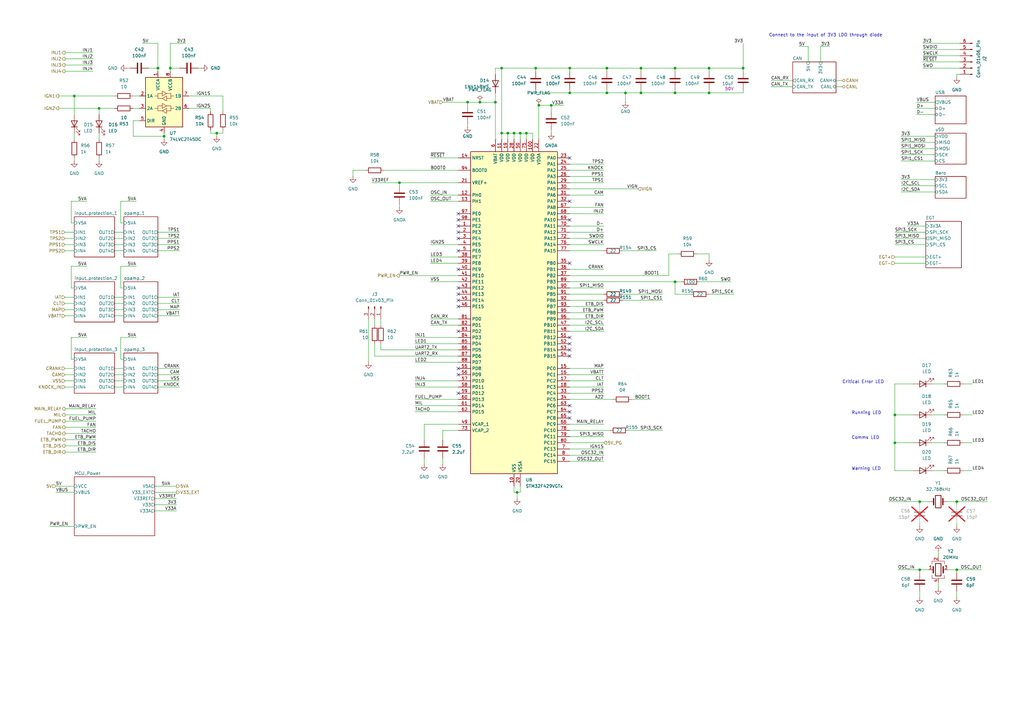
<source format=kicad_sch>
(kicad_sch (version 20231120) (generator "eeschema") (generator_version "8.0")
  (paper "A3")
  (junction (at 248.92 38.1))
  (junction (at 226.06 43.18))
  (junction (at 215.9 54.61))
  (junction (at 276.86 27.94))
  (junction (at 67.31 55.88))
  (junction (at 212.09 201.93))
  (junction (at 163.83 74.93))
  (junction (at 208.28 54.61))
  (junction (at 30.48 39.37))
  (junction (at 205.74 27.94))
  (junction (at 196.85 41.91))
  (junction (at 64.77 27.94))
  (junction (at 40.64 44.45))
  (junction (at 220.98 43.18))
  (junction (at 392.43 205.74))
  (junction (at 392.43 233.68))
  (junction (at 377.19 233.68))
  (junction (at 248.92 27.94))
  (junction (at 203.2 41.91))
  (junction (at 219.71 27.94))
  (junction (at 367.03 170.18))
  (junction (at 233.68 27.94))
  (junction (at 290.83 27.94))
  (junction (at 210.82 54.61))
  (junction (at 205.74 54.61))
  (junction (at 290.83 38.1))
  (junction (at 256.54 38.1))
  (junction (at 191.77 41.91))
  (junction (at 213.36 54.61))
  (junction (at 304.8 27.94))
  (junction (at 233.68 38.1))
  (junction (at 276.86 38.1))
  (junction (at 88.9 54.61))
  (junction (at 262.89 27.94))
  (junction (at 377.19 205.74))
  (junction (at 69.85 27.94))
  (junction (at 262.89 38.1))
  (junction (at 276.86 115.57))
  (junction (at 367.03 181.61))
  (no_connect (at 187.96 135.89))
  (no_connect (at 233.68 140.97))
  (no_connect (at 233.68 82.55))
  (no_connect (at 187.96 110.49))
  (no_connect (at 187.96 90.17))
  (no_connect (at 187.96 102.87))
  (no_connect (at 187.96 125.73))
  (no_connect (at 187.96 153.67))
  (no_connect (at 233.68 138.43))
  (no_connect (at 233.68 146.05))
  (no_connect (at 233.68 143.51))
  (no_connect (at 187.96 123.19))
  (no_connect (at 187.96 87.63))
  (no_connect (at 187.96 151.13))
  (no_connect (at 233.68 107.95))
  (no_connect (at 187.96 118.11))
  (no_connect (at 233.68 64.77))
  (no_connect (at 233.68 90.17))
  (no_connect (at 233.68 166.37))
  (no_connect (at 187.96 120.65))
  (no_connect (at 233.68 168.91))
  (no_connect (at 187.96 92.71))
  (no_connect (at 187.96 161.29))
  (no_connect (at 233.68 171.45))
  (no_connect (at 187.96 97.79))
  (no_connect (at 187.96 95.25))
  (wire (pts (xy 64.77 102.87) (xy 73.66 102.87)))
  (wire (pts (xy 262.89 38.1) (xy 256.54 38.1)))
  (wire (pts (xy 377.19 205.74) (xy 381 205.74)))
  (wire (pts (xy 176.53 80.01) (xy 187.96 80.01)))
  (wire (pts (xy 157.48 69.85) (xy 187.96 69.85)))
  (wire (pts (xy 219.71 27.94) (xy 205.74 27.94)))
  (wire (pts (xy 29.21 91.44) (xy 29.21 82.55)))
  (wire (pts (xy 64.77 156.21) (xy 73.66 156.21)))
  (wire (pts (xy 383.54 76.2) (xy 369.57 76.2)))
  (wire (pts (xy 233.68 100.33) (xy 247.65 100.33)))
  (wire (pts (xy 257.81 176.53) (xy 271.78 176.53)))
  (wire (pts (xy 153.67 133.35) (xy 153.67 130.81)))
  (wire (pts (xy 392.43 214.63) (xy 392.43 215.9)))
  (wire (pts (xy 50.8 91.44) (xy 49.53 91.44)))
  (wire (pts (xy 369.57 63.5) (xy 383.54 63.5)))
  (wire (pts (xy 170.18 168.91) (xy 187.96 168.91)))
  (wire (pts (xy 26.67 167.64) (xy 39.37 167.64)))
  (wire (pts (xy 176.53 107.95) (xy 187.96 107.95)))
  (wire (pts (xy 274.32 104.14) (xy 274.32 113.03)))
  (wire (pts (xy 181.61 187.96) (xy 181.61 190.5)))
  (wire (pts (xy 26.67 124.46) (xy 30.48 124.46)))
  (wire (pts (xy 63.5 204.47) (xy 72.39 204.47)))
  (wire (pts (xy 283.21 120.65) (xy 276.86 120.65)))
  (wire (pts (xy 49.53 138.43) (xy 55.88 138.43)))
  (wire (pts (xy 30.48 39.37) (xy 46.99 39.37)))
  (wire (pts (xy 369.57 73.66) (xy 383.54 73.66)))
  (wire (pts (xy 64.77 124.46) (xy 73.66 124.46)))
  (wire (pts (xy 153.67 146.05) (xy 153.67 140.97)))
  (wire (pts (xy 64.77 100.33) (xy 73.66 100.33)))
  (wire (pts (xy 231.14 43.18) (xy 226.06 43.18)))
  (wire (pts (xy 40.64 54.61) (xy 40.64 57.15)))
  (wire (pts (xy 290.83 27.94) (xy 276.86 27.94)))
  (wire (pts (xy 203.2 38.1) (xy 203.2 41.91)))
  (wire (pts (xy 233.68 135.89) (xy 247.65 135.89)))
  (wire (pts (xy 64.77 95.25) (xy 73.66 95.25)))
  (wire (pts (xy 176.53 64.77) (xy 187.96 64.77)))
  (wire (pts (xy 149.86 69.85) (xy 144.78 69.85)))
  (wire (pts (xy 173.99 180.34) (xy 173.99 173.99)))
  (wire (pts (xy 151.13 130.81) (xy 151.13 148.59)))
  (wire (pts (xy 367.03 181.61) (xy 374.65 181.61)))
  (wire (pts (xy 219.71 38.1) (xy 219.71 36.83)))
  (wire (pts (xy 384.81 238.76) (xy 384.81 241.3)))
  (wire (pts (xy 40.64 44.45) (xy 46.99 44.45)))
  (wire (pts (xy 46.99 121.92) (xy 50.8 121.92)))
  (wire (pts (xy 233.68 85.09) (xy 247.65 85.09)))
  (wire (pts (xy 163.83 83.82) (xy 163.83 85.09)))
  (wire (pts (xy 226.06 43.18) (xy 220.98 43.18)))
  (wire (pts (xy 255.27 120.65) (xy 271.78 120.65)))
  (wire (pts (xy 377.19 233.68) (xy 377.19 234.95)))
  (wire (pts (xy 29.21 138.43) (xy 35.56 138.43)))
  (wire (pts (xy 210.82 57.15) (xy 210.82 54.61)))
  (wire (pts (xy 233.68 151.13) (xy 247.65 151.13)))
  (wire (pts (xy 219.71 27.94) (xy 219.71 29.21)))
  (wire (pts (xy 30.48 118.11) (xy 29.21 118.11)))
  (wire (pts (xy 233.68 176.53) (xy 250.19 176.53)))
  (wire (pts (xy 176.53 105.41) (xy 187.96 105.41)))
  (wire (pts (xy 26.67 97.79) (xy 30.48 97.79)))
  (wire (pts (xy 170.18 138.43) (xy 187.96 138.43)))
  (wire (pts (xy 276.86 38.1) (xy 262.89 38.1)))
  (wire (pts (xy 49.53 147.32) (xy 49.53 138.43)))
  (wire (pts (xy 205.74 27.94) (xy 203.2 27.94)))
  (wire (pts (xy 69.85 27.94) (xy 73.66 27.94)))
  (wire (pts (xy 26.67 170.18) (xy 39.37 170.18)))
  (wire (pts (xy 316.23 35.56) (xy 325.12 35.56)))
  (wire (pts (xy 26.67 102.87) (xy 30.48 102.87)))
  (wire (pts (xy 26.67 172.72) (xy 39.37 172.72)))
  (wire (pts (xy 30.48 54.61) (xy 30.48 57.15)))
  (wire (pts (xy 274.32 113.03) (xy 233.68 113.03)))
  (wire (pts (xy 378.46 17.78) (xy 393.7 17.78)))
  (wire (pts (xy 392.43 233.68) (xy 392.43 234.95)))
  (wire (pts (xy 393.7 30.48) (xy 392.43 30.48)))
  (wire (pts (xy 233.68 69.85) (xy 247.65 69.85)))
  (wire (pts (xy 233.68 179.07) (xy 247.65 179.07)))
  (wire (pts (xy 26.67 151.13) (xy 30.48 151.13)))
  (wire (pts (xy 285.75 104.14) (xy 290.83 104.14)))
  (wire (pts (xy 233.68 128.27) (xy 247.65 128.27)))
  (wire (pts (xy 26.67 129.54) (xy 30.48 129.54)))
  (wire (pts (xy 213.36 57.15) (xy 213.36 54.61)))
  (wire (pts (xy 49.53 118.11) (xy 49.53 109.22)))
  (wire (pts (xy 210.82 54.61) (xy 213.36 54.61)))
  (wire (pts (xy 248.92 38.1) (xy 256.54 38.1)))
  (wire (pts (xy 170.18 140.97) (xy 187.96 140.97)))
  (wire (pts (xy 26.67 21.59) (xy 38.1 21.59)))
  (wire (pts (xy 156.21 143.51) (xy 187.96 143.51)))
  (wire (pts (xy 212.09 201.93) (xy 213.36 201.93)))
  (wire (pts (xy 64.77 153.67) (xy 73.66 153.67)))
  (wire (pts (xy 233.68 118.11) (xy 247.65 118.11)))
  (wire (pts (xy 29.21 82.55) (xy 35.56 82.55)))
  (wire (pts (xy 64.77 17.78) (xy 64.77 27.94)))
  (wire (pts (xy 276.86 36.83) (xy 276.86 38.1)))
  (wire (pts (xy 381 233.68) (xy 377.19 233.68)))
  (wire (pts (xy 215.9 54.61) (xy 215.9 57.15)))
  (wire (pts (xy 170.18 156.21) (xy 187.96 156.21)))
  (wire (pts (xy 156.21 133.35) (xy 156.21 130.81)))
  (wire (pts (xy 256.54 38.1) (xy 256.54 41.91)))
  (wire (pts (xy 233.68 77.47) (xy 261.62 77.47)))
  (wire (pts (xy 67.31 55.88) (xy 67.31 57.15)))
  (wire (pts (xy 52.07 27.94) (xy 53.34 27.94)))
  (wire (pts (xy 26.67 127) (xy 30.48 127)))
  (wire (pts (xy 54.61 39.37) (xy 57.15 39.37)))
  (wire (pts (xy 46.99 95.25) (xy 50.8 95.25)))
  (wire (pts (xy 233.68 120.65) (xy 247.65 120.65)))
  (wire (pts (xy 233.68 125.73) (xy 247.65 125.73)))
  (wire (pts (xy 336.55 19.05) (xy 340.36 19.05)))
  (wire (pts (xy 304.8 27.94) (xy 304.8 29.21)))
  (wire (pts (xy 30.48 147.32) (xy 29.21 147.32)))
  (wire (pts (xy 342.9 35.56) (xy 345.44 35.56)))
  (wire (pts (xy 233.68 72.39) (xy 247.65 72.39)))
  (wire (pts (xy 64.77 27.94) (xy 60.96 27.94)))
  (wire (pts (xy 369.57 55.88) (xy 383.54 55.88)))
  (wire (pts (xy 369.57 60.96) (xy 383.54 60.96)))
  (wire (pts (xy 26.67 158.75) (xy 30.48 158.75)))
  (wire (pts (xy 367.03 95.25) (xy 379.73 95.25)))
  (wire (pts (xy 170.18 163.83) (xy 187.96 163.83)))
  (wire (pts (xy 69.85 17.78) (xy 76.2 17.78)))
  (wire (pts (xy 290.83 120.65) (xy 300.99 120.65)))
  (wire (pts (xy 331.47 25.4) (xy 331.47 19.05)))
  (wire (pts (xy 49.53 82.55) (xy 55.88 82.55)))
  (wire (pts (xy 388.62 233.68) (xy 392.43 233.68)))
  (wire (pts (xy 50.8 118.11) (xy 49.53 118.11)))
  (wire (pts (xy 342.9 33.02) (xy 345.44 33.02)))
  (wire (pts (xy 181.61 41.91) (xy 191.77 41.91)))
  (wire (pts (xy 88.9 54.61) (xy 86.36 54.61)))
  (wire (pts (xy 384.81 228.6) (xy 384.81 226.06)))
  (wire (pts (xy 176.53 133.35) (xy 187.96 133.35)))
  (wire (pts (xy 377.19 242.57) (xy 377.19 245.11)))
  (wire (pts (xy 304.8 38.1) (xy 290.83 38.1)))
  (wire (pts (xy 233.68 186.69) (xy 247.65 186.69)))
  (wire (pts (xy 392.43 30.48) (xy 392.43 31.75)))
  (wire (pts (xy 378.46 22.86) (xy 393.7 22.86)))
  (wire (pts (xy 233.68 123.19) (xy 247.65 123.19)))
  (wire (pts (xy 22.86 201.93) (xy 30.48 201.93)))
  (wire (pts (xy 46.99 127) (xy 50.8 127)))
  (wire (pts (xy 369.57 66.04) (xy 383.54 66.04)))
  (wire (pts (xy 233.68 184.15) (xy 247.65 184.15)))
  (wire (pts (xy 86.36 54.61) (xy 86.36 53.34)))
  (wire (pts (xy 382.27 170.18) (xy 387.35 170.18)))
  (wire (pts (xy 176.53 82.55) (xy 187.96 82.55)))
  (wire (pts (xy 191.77 50.8) (xy 191.77 52.07)))
  (wire (pts (xy 233.68 189.23) (xy 247.65 189.23)))
  (wire (pts (xy 54.61 44.45) (xy 57.15 44.45)))
  (wire (pts (xy 176.53 100.33) (xy 187.96 100.33)))
  (wire (pts (xy 144.78 69.85) (xy 144.78 72.39)))
  (wire (pts (xy 64.77 158.75) (xy 73.66 158.75)))
  (wire (pts (xy 262.89 27.94) (xy 248.92 27.94)))
  (wire (pts (xy 208.28 54.61) (xy 210.82 54.61)))
  (wire (pts (xy 233.68 38.1) (xy 219.71 38.1)))
  (wire (pts (xy 208.28 54.61) (xy 208.28 57.15)))
  (wire (pts (xy 196.85 41.91) (xy 203.2 41.91)))
  (wire (pts (xy 233.68 92.71) (xy 247.65 92.71)))
  (wire (pts (xy 233.68 87.63) (xy 247.65 87.63)))
  (wire (pts (xy 276.86 27.94) (xy 262.89 27.94)))
  (wire (pts (xy 375.92 46.99) (xy 383.54 46.99)))
  (wire (pts (xy 378.46 25.4) (xy 393.7 25.4)))
  (wire (pts (xy 152.4 74.93) (xy 163.83 74.93)))
  (wire (pts (xy 173.99 187.96) (xy 173.99 190.5)))
  (wire (pts (xy 46.99 153.67) (xy 50.8 153.67)))
  (wire (pts (xy 63.5 207.01) (xy 72.39 207.01)))
  (wire (pts (xy 233.68 27.94) (xy 219.71 27.94)))
  (wire (pts (xy 255.27 123.19) (xy 271.78 123.19)))
  (wire (pts (xy 22.86 199.39) (xy 30.48 199.39)))
  (wire (pts (xy 382.27 181.61) (xy 387.35 181.61)))
  (wire (pts (xy 163.83 113.03) (xy 187.96 113.03)))
  (wire (pts (xy 205.74 54.61) (xy 208.28 54.61)))
  (wire (pts (xy 377.19 205.74) (xy 377.19 207.01)))
  (wire (pts (xy 69.85 17.78) (xy 69.85 27.94)))
  (wire (pts (xy 367.03 97.79) (xy 379.73 97.79)))
  (wire (pts (xy 170.18 166.37) (xy 187.96 166.37)))
  (wire (pts (xy 46.99 151.13) (xy 50.8 151.13)))
  (wire (pts (xy 233.68 153.67) (xy 247.65 153.67)))
  (wire (pts (xy 394.97 193.04) (xy 398.78 193.04)))
  (wire (pts (xy 394.97 157.48) (xy 398.78 157.48)))
  (wire (pts (xy 30.48 64.77) (xy 30.48 66.04)))
  (wire (pts (xy 63.5 209.55) (xy 72.39 209.55)))
  (wire (pts (xy 29.21 147.32) (xy 29.21 138.43)))
  (wire (pts (xy 394.97 181.61) (xy 398.78 181.61)))
  (wire (pts (xy 290.83 104.14) (xy 290.83 106.68)))
  (wire (pts (xy 69.85 29.21) (xy 69.85 27.94)))
  (wire (pts (xy 392.43 242.57) (xy 392.43 245.11)))
  (wire (pts (xy 205.74 27.94) (xy 205.74 54.61)))
  (wire (pts (xy 29.21 118.11) (xy 29.21 109.22)))
  (wire (pts (xy 290.83 36.83) (xy 290.83 38.1)))
  (wire (pts (xy 88.9 54.61) (xy 91.44 54.61)))
  (wire (pts (xy 367.03 193.04) (xy 374.65 193.04)))
  (wire (pts (xy 262.89 27.94) (xy 262.89 29.21)))
  (wire (pts (xy 191.77 41.91) (xy 191.77 43.18)))
  (wire (pts (xy 233.68 102.87) (xy 247.65 102.87)))
  (wire (pts (xy 255.27 102.87) (xy 269.24 102.87)))
  (wire (pts (xy 274.32 104.14) (xy 278.13 104.14)))
  (wire (pts (xy 304.8 17.78) (xy 304.8 27.94)))
  (wire (pts (xy 170.18 158.75) (xy 187.96 158.75)))
  (wire (pts (xy 210.82 199.39) (xy 210.82 201.93)))
  (wire (pts (xy 205.74 57.15) (xy 205.74 54.61)))
  (wire (pts (xy 64.77 97.79) (xy 73.66 97.79)))
  (wire (pts (xy 382.27 157.48) (xy 387.35 157.48)))
  (wire (pts (xy 163.83 74.93) (xy 187.96 74.93)))
  (wire (pts (xy 49.53 109.22) (xy 55.88 109.22)))
  (wire (pts (xy 46.99 129.54) (xy 50.8 129.54)))
  (wire (pts (xy 233.68 27.94) (xy 233.68 29.21)))
  (wire (pts (xy 378.46 20.32) (xy 393.7 20.32)))
  (wire (pts (xy 40.64 64.77) (xy 40.64 66.04)))
  (wire (pts (xy 24.13 39.37) (xy 30.48 39.37)))
  (wire (pts (xy 248.92 36.83) (xy 248.92 38.1)))
  (wire (pts (xy 213.36 201.93) (xy 213.36 199.39)))
  (wire (pts (xy 378.46 27.94) (xy 393.7 27.94)))
  (wire (pts (xy 213.36 54.61) (xy 215.9 54.61)))
  (wire (pts (xy 233.68 181.61) (xy 247.65 181.61)))
  (wire (pts (xy 54.61 49.53) (xy 54.61 55.88)))
  (wire (pts (xy 367.03 107.95) (xy 379.73 107.95)))
  (wire (pts (xy 46.99 100.33) (xy 50.8 100.33)))
  (wire (pts (xy 30.48 91.44) (xy 29.21 91.44)))
  (wire (pts (xy 368.3 233.68) (xy 377.19 233.68)))
  (wire (pts (xy 49.53 91.44) (xy 49.53 82.55)))
  (wire (pts (xy 218.44 54.61) (xy 215.9 54.61)))
  (wire (pts (xy 259.08 163.83) (xy 266.7 163.83)))
  (wire (pts (xy 173.99 173.99) (xy 187.96 173.99)))
  (wire (pts (xy 50.8 147.32) (xy 49.53 147.32)))
  (wire (pts (xy 24.13 44.45) (xy 40.64 44.45)))
  (wire (pts (xy 290.83 27.94) (xy 304.8 27.94)))
  (wire (pts (xy 233.68 173.99) (xy 247.65 173.99)))
  (wire (pts (xy 63.5 199.39) (xy 72.39 199.39)))
  (wire (pts (xy 233.68 133.35) (xy 247.65 133.35)))
  (wire (pts (xy 233.68 67.31) (xy 247.65 67.31)))
  (wire (pts (xy 383.54 78.74) (xy 369.57 78.74)))
  (wire (pts (xy 394.97 170.18) (xy 398.78 170.18)))
  (wire (pts (xy 233.68 74.93) (xy 247.65 74.93)))
  (wire (pts (xy 64.77 121.92) (xy 73.66 121.92)))
  (wire (pts (xy 276.86 27.94) (xy 276.86 29.21)))
  (wire (pts (xy 233.68 110.49) (xy 247.65 110.49)))
  (wire (pts (xy 163.83 74.93) (xy 163.83 76.2)))
  (wire (pts (xy 156.21 143.51) (xy 156.21 140.97)))
  (wire (pts (xy 176.53 130.81) (xy 187.96 130.81)))
  (wire (pts (xy 402.59 233.68) (xy 392.43 233.68)))
  (wire (pts (xy 40.64 44.45) (xy 40.64 46.99)))
  (wire (pts (xy 377.19 214.63) (xy 377.19 215.9)))
  (wire (pts (xy 367.03 105.41) (xy 379.73 105.41)))
  (wire (pts (xy 233.68 130.81) (xy 247.65 130.81)))
  (wire (pts (xy 20.32 215.9) (xy 30.48 215.9)))
  (wire (pts (xy 46.99 156.21) (xy 50.8 156.21)))
  (wire (pts (xy 375.92 41.91) (xy 383.54 41.91)))
  (wire (pts (xy 392.43 205.74) (xy 392.43 207.01)))
  (wire (pts (xy 220.98 43.18) (xy 220.98 57.15)))
  (wire (pts (xy 233.68 163.83) (xy 251.46 163.83)))
  (wire (pts (xy 26.67 29.21) (xy 38.1 29.21)))
  (wire (pts (xy 170.18 148.59) (xy 187.96 148.59)))
  (wire (pts (xy 153.67 146.05) (xy 187.96 146.05)))
  (wire (pts (xy 77.47 44.45) (xy 86.36 44.45)))
  (wire (pts (xy 276.86 115.57) (xy 276.86 120.65)))
  (wire (pts (xy 54.61 55.88) (xy 67.31 55.88)))
  (wire (pts (xy 336.55 25.4) (xy 336.55 19.05)))
  (wire (pts (xy 26.67 26.67) (xy 38.1 26.67)))
  (wire (pts (xy 64.77 29.21) (xy 64.77 27.94)))
  (wire (pts (xy 203.2 27.94) (xy 203.2 30.48)))
  (wire (pts (xy 26.67 95.25) (xy 30.48 95.25)))
  (wire (pts (xy 226.06 43.18) (xy 226.06 45.72)))
  (wire (pts (xy 218.44 57.15) (xy 218.44 54.61)))
  (wire (pts (xy 86.36 45.72) (xy 86.36 44.45)))
  (wire (pts (xy 181.61 180.34) (xy 181.61 176.53)))
  (wire (pts (xy 191.77 41.91) (xy 196.85 41.91)))
  (wire (pts (xy 290.83 38.1) (xy 276.86 38.1)))
  (wire (pts (xy 367.03 170.18) (xy 374.65 170.18)))
  (wire (pts (xy 176.53 115.57) (xy 187.96 115.57)))
  (wire (pts (xy 327.66 19.05) (xy 331.47 19.05)))
  (wire (pts (xy 304.8 36.83) (xy 304.8 38.1)))
  (wire (pts (xy 212.09 201.93) (xy 210.82 201.93)))
  (wire (pts (xy 367.03 100.33) (xy 379.73 100.33)))
  (wire (pts (xy 46.99 102.87) (xy 50.8 102.87)))
  (wire (pts (xy 81.28 27.94) (xy 82.55 27.94)))
  (wire (pts (xy 64.77 127) (xy 73.66 127)))
  (wire (pts (xy 26.67 175.26) (xy 39.37 175.26)))
  (wire (pts (xy 364.49 205.74) (xy 377.19 205.74)))
  (wire (pts (xy 367.03 170.18) (xy 367.03 181.61)))
  (wire (pts (xy 369.57 58.42) (xy 383.54 58.42)))
  (wire (pts (xy 26.67 185.42) (xy 39.37 185.42)))
  (wire (pts (xy 262.89 36.83) (xy 262.89 38.1)))
  (wire (pts (xy 26.67 182.88) (xy 39.37 182.88)))
  (wire (pts (xy 91.44 45.72) (xy 91.44 39.37)))
  (wire (pts (xy 203.2 41.91) (xy 203.2 57.15)))
  (wire (pts (xy 248.92 27.94) (xy 248.92 29.21)))
  (wire (pts (xy 29.21 109.22) (xy 35.56 109.22)))
  (wire (pts (xy 316.23 33.02) (xy 325.12 33.02)))
  (wire (pts (xy 233.68 161.29) (xy 247.65 161.29)))
  (wire (pts (xy 372.11 92.71) (xy 379.73 92.71)))
  (wire (pts (xy 91.44 54.61) (xy 91.44 53.34)))
  (wire (pts (xy 26.67 24.13) (xy 38.1 24.13)))
  (wire (pts (xy 375.92 44.45) (xy 383.54 44.45)))
  (wire (pts (xy 26.67 180.34) (xy 39.37 180.34)))
  (wire (pts (xy 233.68 36.83) (xy 233.68 38.1)))
  (wire (pts (xy 88.9 55.88) (xy 88.9 54.61)))
  (wire (pts (xy 46.99 158.75) (xy 50.8 158.75)))
  (wire (pts (xy 26.67 177.8) (xy 39.37 177.8)))
  (wire (pts (xy 233.68 38.1) (xy 248.92 38.1)))
  (wire (pts (xy 26.67 121.92) (xy 30.48 121.92)))
  (wire (pts (xy 67.31 54.61) (xy 67.31 55.88)))
  (wire (pts (xy 287.02 115.57) (xy 299.72 115.57)))
  (wire (pts (xy 26.67 100.33) (xy 30.48 100.33)))
  (wire (pts (xy 276.86 115.57) (xy 279.4 115.57)))
  (wire (pts (xy 26.67 153.67) (xy 30.48 153.67)))
  (wire (pts (xy 77.47 39.37) (xy 91.44 39.37)))
  (wire (pts (xy 226.06 53.34) (xy 226.06 54.61)))
  (wire (pts (xy 233.68 95.25) (xy 247.65 95.25)))
  (wire (pts (xy 57.15 49.53) (xy 54.61 49.53)))
  (wire (pts (xy 58.42 17.78) (xy 64.77 17.78)))
  (wire (pts (xy 388.62 205.74) (xy 392.43 205.74)))
  (wire (pts (xy 290.83 27.94) (xy 290.83 29.21)))
  (wire (pts (xy 46.99 97.79) (xy 50.8 97.79)))
  (wire (pts (xy 30.48 39.37) (xy 30.48 46.99)))
  (wire (pts (xy 233.68 156.21) (xy 247.65 156.21)))
  (wire (pts (xy 26.67 156.21) (xy 30.48 156.21)))
  (wire (pts (xy 212.09 201.93) (xy 212.09 204.47)))
  (wire (pts (xy 233.68 97.79) (xy 247.65 97.79)))
  (wire (pts (xy 233.68 158.75) (xy 247.65 158.75)))
  (wire (pts (xy 367.03 157.48) (xy 374.65 157.48)))
  (wire (pts (xy 233.68 80.01) (xy 247.65 80.01)))
  (wire (pts (xy 367.03 181.61) (xy 367.03 193.04)))
  (wire (pts (xy 392.43 205.74) (xy 405.13 205.74)))
  (wire (pts (xy 64.77 129.54) (xy 73.66 129.54)))
  (wire (pts (xy 233.68 115.57) (xy 276.86 115.57)))
  (wire (pts (xy 367.03 157.48) (xy 367.03 170.18)))
  (wire (pts (xy 63.5 201.93) (xy 72.39 201.93)))
  (wire (pts (xy 64.77 151.13) (xy 73.66 151.13)))
  (wire (pts (xy 248.92 27.94) (xy 233.68 27.94)))
  (wire (pts (xy 46.99 124.46) (xy 50.8 124.46)))
  (wire (pts (xy 181.61 176.53) (xy 187.96 176.53)))
  (wire (pts (xy 382.27 193.04) (xy 387.35 193.04)))
  (text "Connect to the input of 3V3 LDO through diode" (at 361.95 15.24 0) (effects (font (size 1.27 1.27)) (justify right bottom)))
  (text "Critical Error LED" (at 345.44 157.48 0) (effects (font (size 1.27 1.27)) (justify left bottom)))
  (text "Running LED" (at 349.25 170.18 0) (effects (font (size 1.27 1.27)) (justify left bottom)))
  (text "Warning LED" (at 349.25 193.04 0) (effects (font (size 1.27 1.27)) (justify left bottom)))
  (text "Comms LED" (at 349.25 180.34 0) (effects (font (size 1.27 1.27)) (justify left bottom)))
  (label "ETB_DIS" (at 247.65 125.73 180))
  (label "A22" (at 247.65 163.83 180))
  (label "PPS1" (at 73.66 100.33 180))
  (label "INJ1" (at 38.1 21.59 180))
  (label "5VA" (at 55.88 138.43 180))
  (label "SPI1_MOSI" (at 271.78 120.65 180))
  (label "IGN1S" (at 86.36 39.37 180))
  (label "VBUS" (at 375.92 41.91 0))
  (label "MIL" (at 39.37 170.18 180))
  (label "SWCLK" (at 247.65 100.33 180))
  (label "ETB_DIR" (at 247.65 130.81 180))
  (label "IGN2S" (at 86.36 44.45 180))
  (label "CAM" (at 73.66 153.67 180))
  (label "ETB_DIR" (at 39.37 185.42 180))
  (label "PWR_EN" (at 20.32 215.9 0))
  (label "MAP" (at 247.65 151.13 180))
  (label "3V3" (at 72.39 207.01 180))
  (label "FAN" (at 247.65 85.09 180))
  (label "KNOCK" (at 247.65 69.85 180))
  (label "PPS1" (at 247.65 72.39 180))
  (label "MIL" (at 170.18 166.37 0))
  (label "3V3" (at 304.8 17.78 180))
  (label "OSC32_IN" (at 364.49 205.74 0))
  (label "SPI3_SCK" (at 271.78 176.53 180))
  (label "SPI1_MISO" (at 247.65 118.11 180))
  (label "5VA" (at 55.88 109.22 180))
  (label "SPI1_MOSI" (at 369.57 60.96 0))
  (label "TPS1" (at 247.65 74.93 180))
  (label "D+" (at 247.65 95.25 180))
  (label "INJ2" (at 247.65 87.63 180))
  (label "D+" (at 375.92 44.45 0))
  (label "5VA" (at 55.88 82.55 180))
  (label "5V" (at 22.86 199.39 0))
  (label "UART2_TX" (at 170.18 143.51 0))
  (label "OSC_OUT" (at 176.53 82.55 0))
  (label "OSC32_OUT" (at 405.13 205.74 180))
  (label "SPI1_SCK" (at 369.57 63.5 0))
  (label "3V3" (at 76.2 17.78 180))
  (label "TPS2" (at 247.65 67.31 180))
  (label "~{RESET}" (at 378.46 25.4 0))
  (label "SPI3_CS" (at 269.24 102.87 180))
  (label "SWDIO" (at 378.46 20.32 0))
  (label "3V3" (at 369.57 73.66 0))
  (label "INJ4" (at 170.18 156.21 0))
  (label "MAP" (at 73.66 127 180))
  (label "SWO" (at 299.72 115.57 180))
  (label "INJ3" (at 170.18 158.75 0))
  (label "CAN_TX" (at 316.23 35.56 0))
  (label "LED3" (at 176.53 105.41 0))
  (label "UART2_RX" (at 170.18 146.05 0))
  (label "INJ3" (at 38.1 26.67 180))
  (label "CAN_RX" (at 316.23 33.02 0))
  (label "CAN_TX" (at 176.53 133.35 0))
  (label "VBAT" (at 181.61 41.91 0))
  (label "LED4" (at 398.78 193.04 0))
  (label "TPS2" (at 73.66 97.79 180))
  (label "I2C_SCL" (at 247.65 133.35 180))
  (label "I2C_SCL" (at 369.57 76.2 0))
  (label "OSC_IN" (at 176.53 80.01 0))
  (label "SWO" (at 378.46 27.94 0))
  (label "PPS2" (at 73.66 102.87 180))
  (label "MAIN_RELAY" (at 247.65 173.99 180))
  (label "FAN" (at 39.37 175.26 180))
  (label "~{RESET}" (at 176.53 64.77 0))
  (label "MAIN_RELAY" (at 39.37 167.64 180))
  (label "LED3" (at 398.78 181.61 0))
  (label "SPI3_SCK" (at 367.03 95.25 0))
  (label "V33REF" (at 72.39 204.47 180))
  (label "OSC32_IN" (at 247.65 186.69 180))
  (label "I2C_SDA" (at 369.57 78.74 0))
  (label "ETB_PWM" (at 247.65 128.27 180))
  (label "VSS" (at 73.66 156.21 180))
  (label "OSC32_OUT" (at 247.65 189.23 180))
  (label "SWDIO" (at 247.65 97.79 180))
  (label "5VA" (at 35.56 82.55 180))
  (label "IGN2S" (at 176.53 100.33 0))
  (label "LED1" (at 398.78 157.48 0))
  (label "5VA" (at 35.56 109.22 180))
  (label "IAT" (at 73.66 121.92 180))
  (label "BOOT1" (at 266.7 163.83 180))
  (label "SWCLK" (at 378.46 22.86 0))
  (label "PWR_EN" (at 163.83 113.03 0))
  (label "I2C_SDA" (at 247.65 135.89 180))
  (label "LED1" (at 170.18 140.97 0))
  (label "ETB_PWM" (at 39.37 180.34 180))
  (label "VSS" (at 176.53 115.57 0))
  (label "TACHO" (at 170.18 168.91 0))
  (label "CLT" (at 247.65 156.21 180))
  (label "SPI1_CS1" (at 271.78 123.19 180))
  (label "CAN_RX" (at 176.53 130.81 0))
  (label "VBATT" (at 73.66 129.54 180))
  (label "CRANK" (at 73.66 151.13 180))
  (label "V33REF" (at 152.4 74.93 0))
  (label "VIGN" (at 261.62 77.47 180))
  (label "BOOT0" (at 176.53 69.85 0))
  (label "SPI3_MISO" (at 367.03 97.79 0))
  (label "OSC_OUT" (at 402.59 233.68 180))
  (label "LED4" (at 176.53 107.95 0))
  (label "5VA" (at 35.56 138.43 180))
  (label "FUEL_PUMP" (at 170.18 163.83 0))
  (label "5VA" (at 69.85 199.39 180))
  (label "5V" (at 58.42 17.78 0))
  (label "OSC_IN" (at 368.3 233.68 0))
  (label "CLT" (at 73.66 124.46 180))
  (label "LED2" (at 170.18 148.59 0))
  (label "SPI1_MISO" (at 369.57 58.42 0))
  (label "CAM" (at 247.65 80.01 180))
  (label "SPI3_CS" (at 367.03 100.33 0))
  (label "SPI1_SCK" (at 300.99 120.65 180))
  (label "3V3" (at 369.57 55.88 0))
  (label "SPI1_CS1" (at 369.57 66.04 0))
  (label "V33A" (at 372.11 92.71 0))
  (label "D-" (at 375.92 46.99 0))
  (label "CRANK" (at 247.65 110.49 180))
  (label "5V" (at 327.66 19.05 0))
  (label "SPI3_MISO" (at 247.65 179.07 180))
  (label "V33A" (at 72.39 209.55 180))
  (label "V33A" (at 231.14 43.18 180))
  (label "LED2" (at 398.78 170.18 0))
  (label "ETB_DIS" (at 39.37 182.88 180))
  (label "IGN1S" (at 247.65 184.15 180))
  (label "PPS2" (at 247.65 161.29 180))
  (label "3V3" (at 378.46 17.78 0))
  (label "VBUS" (at 22.86 201.93 0))
  (label "BOOT1" (at 270.51 113.03 180))
  (label "INJ4" (at 38.1 29.21 180))
  (label "VBATT" (at 247.65 153.67 180))
  (label "TPS1" (at 73.66 95.25 180))
  (label "INJ2" (at 38.1 24.13 180))
  (label "3V3" (at 340.36 19.05 180))
  (label "INJ1" (at 170.18 138.43 0))
  (label "IAT" (at 247.65 158.75 180))
  (label "TACHO" (at 39.37 177.8 180))
  (label "FUEL_PUMP" (at 39.37 172.72 180))
  (label "D-" (at 247.65 92.71 180))
  (label "KNOCK" (at 73.66 158.75 180))
  (hierarchical_label "IGN2" (shape output) (at 24.13 44.45 180))
  (hierarchical_label "TPS2" (shape input) (at 26.67 97.79 180))
  (hierarchical_label "TPS1" (shape input) (at 26.67 95.25 180))
  (hierarchical_label "5V_PG" (shape input) (at 247.65 181.61 0))
  (hierarchical_label "PPS1" (shape input) (at 26.67 100.33 180))
  (hierarchical_label "EGT-" (shape input) (at 367.03 107.95 180))
  (hierarchical_label "VIGN" (shape input) (at 261.62 77.47 0))
  (hierarchical_label "ETB_PWM" (shape output) (at 26.67 180.34 180))
  (hierarchical_label "MIL" (shape output) (at 26.67 170.18 180))
  (hierarchical_label "ETB_DIR" (shape output) (at 26.67 185.42 180))
  (hierarchical_label "CLT" (shape input) (at 26.67 124.46 180))
  (hierarchical_label "INJ1" (shape output) (at 26.67 21.59 180))
  (hierarchical_label "INJ2" (shape output) (at 26.67 24.13 180))
  (hierarchical_label "PWR_EN" (shape output) (at 163.83 113.03 180))
  (hierarchical_label "5VA" (shape output) (at 72.39 199.39 0))
  (hierarchical_label "ETB_DIS" (shape output) (at 26.67 182.88 180))
  (hierarchical_label "MAIN_RELAY" (shape output) (at 26.67 167.64 180))
  (hierarchical_label "IAT" (shape input) (at 26.67 121.92 180))
  (hierarchical_label "PPS2" (shape input) (at 26.67 102.87 180))
  (hierarchical_label "VSS" (shape input) (at 26.67 156.21 180))
  (hierarchical_label "VBATT" (shape input) (at 26.67 129.54 180))
  (hierarchical_label "5V" (shape input) (at 22.86 199.39 180))
  (hierarchical_label "FUEL_PUMP" (shape output) (at 26.67 172.72 180))
  (hierarchical_label "VBAT" (shape input) (at 181.61 41.91 180))
  (hierarchical_label "FAN" (shape output) (at 26.67 175.26 180))
  (hierarchical_label "CANL" (shape bidirectional) (at 345.44 35.56 0))
  (hierarchical_label "IGN1" (shape output) (at 24.13 39.37 180))
  (hierarchical_label "KNOCK_IN" (shape input) (at 26.67 158.75 180))
  (hierarchical_label "TACHO" (shape output) (at 26.67 177.8 180))
  (hierarchical_label "INJ4" (shape output) (at 26.67 29.21 180))
  (hierarchical_label "EGT+" (shape input) (at 367.03 105.41 180))
  (hierarchical_label "CAM" (shape input) (at 26.67 153.67 180))
  (hierarchical_label "CANH" (shape bidirectional) (at 345.44 33.02 0))
  (hierarchical_label "INJ3" (shape output) (at 26.67 26.67 180))
  (hierarchical_label "V33_EXT" (shape output) (at 72.39 201.93 0))
  (hierarchical_label "CRANK" (shape input) (at 26.67 151.13 180))
  (hierarchical_label "MAP" (shape input) (at 26.67 127 180))
  (symbol (lib_id "Device:R") (at 391.16 157.48 270) (unit 1)
    (property "Reference" "R63" (at 389.89 154.94 0) (effects (justify right)))
    (property "Value" "1k" (at 392.43 154.94 0) (effects (justify right)))
    (property "Footprint" "Resistor_SMD:R_0402_1005Metric" (effects (hide yes)))
    (property "MPN" "AC0402FR-071KL" (effects (hide yes)))
  )
  (symbol (lib_id "Device:Crystal") (at 384.81 205.74 0) (unit 1)
    (property "Reference" "Y1" (at 384.81 198.12 0))
    (property "Value" "32.768kHz" (at 384.81 200.66 0))
    (property "Footprint" "Crystal:Crystal_SMD_2012-2Pin_2.0x1.2mm" (effects (hide yes)))
    (property "MPN" "ECS-.327-CDX-1082" (effects (hide yes)))
  )
  (symbol (lib_id "Device:R") (at 153.67 137.16 0) (mirror y) (unit 1)
    (property "Reference" "R61" (at 151.13 135.89 0) (effects (justify left)))
    (property "Value" "10" (at 151.13 138.43 0) (effects (justify left)))
    (property "Footprint" "Resistor_SMD:R_0402_1005Metric" (effects (hide yes)))
    (property "MPN" "AC0402FR-0710RL" (effects (hide yes)))
  )
  (symbol (lib_id "Device:R") (at 40.64 60.96 180) (unit 1)
    (property "Reference" "R57" (at 43.18 59.69 0) (effects (justify right)))
    (property "Value" "1k" (at 43.18 62.23 0) (effects (justify right)))
    (property "Footprint" "Resistor_SMD:R_0402_1005Metric" (effects (hide yes)))
    (property "MPN" "AC0402FR-071KL" (effects (hide yes)))
  )
  (symbol (lib_id "power:GND") (at 392.43 215.9 0) (mirror y) (unit 1)
    (property "Reference" "#PWR093" (effects (hide yes)))
    (property "Value" "GND" (at 392.43 220.98 0))
    (property "Description" "Power symbol creates a global label with name \"GND\" , ground" (effects (hide yes)))
  )
  (symbol (lib_id "Device:R") (at 251.46 120.65 90) (unit 1)
    (property "Reference" "R149" (at 256.54 119.38 90))
    (property "Value" "22" (at 251.46 120.65 90))
    (property "Footprint" "Resistor_SMD:R_0402_1005Metric" (effects (hide yes)))
    (property "MPN" "AC0402FR-0722RL" (effects (hide yes)))
  )
  (symbol (lib_id "Device:R") (at 255.27 163.83 90) (unit 1)
    (property "Reference" "R64" (at 255.27 157.48 90))
    (property "Value" "0R" (at 255.27 160.02 90))
    (property "Footprint" "Resistor_SMD:R_0402_1005Metric" (effects (hide yes)))
    (property "MPN" "AC0402JR-070RL" (effects (hide yes)))
  )
  (symbol (lib_id "Device:R") (at 86.36 49.53 0) (mirror x) (unit 1)
    (property "Reference" "R54" (at 83.82 48.26 0) (effects (justify right)))
    (property "Value" "10k" (at 83.82 50.8 0) (effects (justify right)))
    (property "Footprint" "Resistor_SMD:R_0402_1005Metric" (effects (hide yes)))
    (property "MPN" "AC0402JR-0710KL" (effects (hide yes)))
  )
  (symbol (lib_id "Device:Crystal_GND24") (at 384.81 233.68 0) (unit 1)
    (property "Reference" "Y2" (at 389.89 226.06 0))
    (property "Value" "20MHz" (at 389.89 228.6 0))
    (property "Footprint" "Crystal:Crystal_SMD_2520-4Pin_2.5x2.0mm" (effects (hide yes)))
    (property "MPN" "ECS-200-8-36Q-AES-TR" (effects (hide yes)))
  )
  (symbol (lib_id "Device:LED") (at 378.46 170.18 180) (unit 1)
    (property "Reference" "D18" (at 380.0475 162.56 0))
    (property "Value" "LED" (at 380.0475 165.1 0))
    (property "Footprint" "LED_SMD:LED_0603_1608Metric" (effects (hide yes)))
    (property "MPN" "150060AS75000" (effects (hide yes)))
  )
  (symbol (lib_id "Device:LED") (at 378.46 157.48 180) (unit 1)
    (property "Reference" "D17" (at 380.0475 149.86 0))
    (property "Value" "LED" (at 380.0475 152.4 0))
    (property "Footprint" "LED_SMD:LED_0603_1608Metric" (effects (hide yes)))
    (property "MPN" "150060AS75000" (effects (hide yes)))
  )
  (symbol (lib_id "Device:R") (at 391.16 193.04 270) (unit 1)
    (property "Reference" "R67" (at 389.89 190.5 0) (effects (justify right)))
    (property "Value" "1k" (at 392.43 190.5 0) (effects (justify right)))
    (property "Footprint" "Resistor_SMD:R_0402_1005Metric" (effects (hide yes)))
    (property "MPN" "AC0402FR-071KL" (effects (hide yes)))
  )
  (symbol (lib_id "Device:R") (at 153.67 69.85 90) (unit 1)
    (property "Reference" "R58" (at 153.67 63.5 90))
    (property "Value" "10k" (at 153.67 66.04 90))
    (property "Footprint" "Resistor_SMD:R_0402_1005Metric" (effects (hide yes)))
    (property "MPN" "AC0402JR-0710KL" (effects (hide yes)))
  )
  (symbol (lib_id "Device:C") (at 262.89 33.02 0) (mirror y) (unit 1)
    (property "Reference" "C47" (at 259.08 31.75 0) (effects (justify left)))
    (property "Value" "100nF" (at 259.08 34.29 0) (effects (justify left)))
    (property "Footprint" "Capacitor_SMD:C_0402_1005Metric" (effects (hide yes)))
    (property "MPN" "CL05B104KB54PNC" (effects (hide yes)))
  )
  (symbol (lib_id "Connector:Conn_01x06_Pin") (at 398.78 25.4 180) (unit 1)
    (property "Reference" "J2" (at 403.86 24.13 90))
    (property "Value" "Conn_01x06_Pin" (at 401.32 24.13 90))
    (property "Footprint" "Connector_PinHeader_2.54mm:PinHeader_1x06_P2.54mm_Vertical" (effects (hide yes)))
  )
  (symbol (lib_id "Device:R") (at 281.94 104.14 90) (unit 1)
    (property "Reference" "R59" (at 281.94 97.79 90))
    (property "Value" "10k" (at 281.94 100.33 90))
    (property "Footprint" "Resistor_SMD:R_0402_1005Metric" (effects (hide yes)))
    (property "MPN" "AC0402JR-0710KL" (effects (hide yes)))
  )
  (symbol (lib_id "Device:C") (at 377.19 238.76 0) (mirror y) (unit 1)
    (property "Reference" "C58" (at 373.38 237.49 0) (effects (justify left)))
    (property "Value" "6pF" (at 373.38 240.03 0) (effects (justify left)))
    (property "Footprint" "Capacitor_SMD:C_0402_1005Metric" (effects (hide yes)))
    (property "MPN" "GCM1555C1H6R0CA16J" (effects (hide yes)))
  )
  (symbol (lib_id "power:GND") (at 67.31 57.15 0) (mirror y) (unit 1)
    (property "Reference" "#PWR081" (effects (hide yes)))
    (property "Value" "GND" (at 67.31 62.23 0))
    (property "Description" "Power symbol creates a global label with name \"GND\" , ground" (effects (hide yes)))
  )
  (symbol (lib_id "power:GND") (at 256.54 41.91 0) (unit 1)
    (property "Reference" "#PWR077" (effects (hide yes)))
    (property "Value" "GND" (at 256.54 45.72 0))
    (property "Description" "Power symbol creates a global label with name \"GND\" , ground" (effects (hide yes)))
  )
  (symbol (lib_id "Device:R") (at 251.46 102.87 90) (unit 1)
    (property "Reference" "R154" (at 256.54 101.6 90))
    (property "Value" "22" (at 251.46 102.87 90))
    (property "Footprint" "Resistor_SMD:R_0402_1005Metric" (effects (hide yes)))
    (property "MPN" "AC0402FR-0722RL" (effects (hide yes)))
  )
  (symbol (lib_id "Device:R") (at 283.21 115.57 90) (unit 1)
    (property "Reference" "R60" (at 288.29 114.3 90))
    (property "Value" "100" (at 283.21 115.57 90))
    (property "Footprint" "Resistor_SMD:R_0402_1005Metric" (effects (hide yes)))
    (property "MPN" "AC0402FR-07100RL" (effects (hide yes)))
  )
  (symbol (lib_id "power:GND") (at 191.77 52.07 0) (mirror y) (unit 1)
    (property "Reference" "#PWR078" (effects (hide yes)))
    (property "Value" "GND" (at 191.77 55.88 0))
    (property "Description" "Power symbol creates a global label with name \"GND\" , ground" (effects (hide yes)))
  )
  (symbol (lib_id "Device:R") (at 391.16 170.18 270) (unit 1)
    (property "Reference" "R65" (at 389.89 167.64 0) (effects (justify right)))
    (property "Value" "1k" (at 392.43 167.64 0) (effects (justify right)))
    (property "Footprint" "Resistor_SMD:R_0402_1005Metric" (effects (hide yes)))
    (property "MPN" "AC0402FR-071KL" (effects (hide yes)))
  )
  (symbol (lib_id "power:GND") (at 181.61 190.5 0) (unit 1)
    (property "Reference" "#PWR089" (effects (hide yes)))
    (property "Value" "GND" (at 181.61 195.58 0))
    (property "Description" "Power symbol creates a global label with name \"GND\" , ground" (effects (hide yes)))
  )
  (symbol (lib_id "power:GND") (at 377.19 245.11 0) (mirror y) (unit 1)
    (property "Reference" "#PWR096" (effects (hide yes)))
    (property "Value" "GND" (at 377.19 250.19 0))
    (property "Description" "Power symbol creates a global label with name \"GND\" , ground" (effects (hide yes)))
  )
  (symbol (lib_id "Device:R") (at 254 176.53 90) (unit 1)
    (property "Reference" "R155" (at 259.08 175.26 90))
    (property "Value" "22" (at 254 176.53 90))
    (property "Footprint" "Resistor_SMD:R_0402_1005Metric" (effects (hide yes)))
    (property "MPN" "AC0402FR-0722RL" (effects (hide yes)))
  )
  (symbol (lib_id "Device:C") (at 181.61 184.15 0) (unit 1)
    (property "Reference" "C55" (at 185.42 182.88 0) (effects (justify left)))
    (property "Value" "2.2uF" (at 185.42 185.42 0) (effects (justify left)))
    (property "Footprint" "Capacitor_SMD:C_0805_2012Metric" (effects (hide yes)))
    (property "MPN" "CL21B225KOFNNNE" (effects (hide yes)))
  )
  (symbol (lib_id "Device:C") (at 173.99 184.15 0) (mirror y) (unit 1)
    (property "Reference" "C54" (at 170.18 182.88 0) (effects (justify left)))
    (property "Value" "2.2uF" (at 170.18 185.42 0) (effects (justify left)))
    (property "Footprint" "Capacitor_SMD:C_0805_2012Metric" (effects (hide yes)))
    (property "MPN" "CL21B225KOFNNNE" (effects (hide yes)))
  )
  (symbol (lib_id "Device:C") (at 233.68 33.02 0) (mirror y) (unit 1)
    (property "Reference" "C45" (at 229.87 31.75 0) (effects (justify left)))
    (property "Value" "100nF" (at 229.87 34.29 0) (effects (justify left)))
    (property "Footprint" "Capacitor_SMD:C_0402_1005Metric" (effects (hide yes)))
    (property "MPN" "CL05B104KB54PNC" (effects (hide yes)))
  )
  (symbol (lib_id "power:GND") (at 377.19 215.9 0) (mirror y) (unit 1)
    (property "Reference" "#PWR092" (effects (hide yes)))
    (property "Value" "GND" (at 377.19 220.98 0))
    (property "Description" "Power symbol creates a global label with name \"GND\" , ground" (effects (hide yes)))
  )
  (symbol (lib_id "Device:R") (at 91.44 49.53 180) (unit 1)
    (property "Reference" "R55" (at 93.98 48.26 0) (effects (justify right)))
    (property "Value" "10k" (at 93.98 50.8 0) (effects (justify right)))
    (property "Footprint" "Resistor_SMD:R_0402_1005Metric" (effects (hide yes)))
    (property "MPN" "AC0402JR-0710KL" (effects (hide yes)))
  )
  (symbol (lib_id "power:GND") (at 88.9 55.88 0) (mirror y) (unit 1)
    (property "Reference" "#PWR080" (effects (hide yes)))
    (property "Value" "GND" (at 88.9 60.96 0))
    (property "Description" "Power symbol creates a global label with name \"GND\" , ground" (effects (hide yes)))
  )
  (symbol (lib_id "Device:R") (at 251.46 123.19 90) (unit 1)
    (property "Reference" "R151" (at 256.54 121.92 90))
    (property "Value" "22" (at 251.46 123.19 90))
    (property "Footprint" "Resistor_SMD:R_0402_1005Metric" (effects (hide yes)))
    (property "MPN" "AC0402FR-0722RL" (effects (hide yes)))
  )
  (symbol (lib_id "power:GND") (at 82.55 27.94 90) (mirror x) (unit 1)
    (property "Reference" "#PWR075" (effects (hide yes)))
    (property "Value" "GND" (at 86.36 27.9399 90) (effects (justify right)))
    (property "Description" "Power symbol creates a global label with name \"GND\" , ground" (effects (hide yes)))
  )
  (symbol (lib_id "Device:R") (at 156.21 137.16 180) (unit 1)
    (property "Reference" "R62" (at 158.75 135.89 0) (effects (justify right)))
    (property "Value" "10" (at 158.75 138.43 0) (effects (justify right)))
    (property "Footprint" "Resistor_SMD:R_0402_1005Metric" (effects (hide yes)))
    (property "MPN" "AC0402FR-0710RL" (effects (hide yes)))
  )
  (symbol (lib_id "Device:LED") (at 30.48 50.8 90) (unit 1)
    (property "Reference" "D15" (at 34.29 51.1175 90) (effects (justify right)))
    (property "Value" "LED" (at 34.29 53.6575 90) (effects (justify right)))
    (property "Footprint" "LED_SMD:LED_0603_1608Metric" (effects (hide yes)))
    (property "MPN" "150060AS75000" (effects (hide yes)))
  )
  (symbol (lib_id "Device:C") (at 219.71 33.02 0) (mirror y) (unit 1)
    (property "Reference" "C44" (at 215.9 31.75 0) (effects (justify left)))
    (property "Value" "100nF" (at 215.9 34.29 0) (effects (justify left)))
    (property "Footprint" "Capacitor_SMD:C_0402_1005Metric" (effects (hide yes)))
    (property "MPN" "CL05B104KB54PNC" (effects (hide yes)))
  )
  (symbol (lib_id "power:GND") (at 384.81 241.3 0) (mirror y) (unit 1)
    (property "Reference" "#PWR095" (effects (hide yes)))
    (property "Value" "GND" (at 384.81 246.38 0))
    (property "Description" "Power symbol creates a global label with name \"GND\" , ground" (effects (hide yes)))
  )
  (symbol (lib_id "power:GND") (at 151.13 148.59 0) (unit 1)
    (property "Reference" "#PWR087" (effects (hide yes)))
    (property "Value" "GND" (at 151.13 153.67 0))
    (property "Description" "Power symbol creates a global label with name \"GND\" , ground" (effects (hide yes)))
  )
  (symbol (lib_id "power:GND") (at 392.43 31.75 0) (unit 1)
    (property "Reference" "#PWR076" (effects (hide yes)))
    (property "Value" "GND" (at 392.43 36.83 0))
    (property "Description" "Power symbol creates a global label with name \"GND\" , ground" (effects (hide yes)))
  )
  (symbol (lib_id "power:GND") (at 173.99 190.5 0) (unit 1)
    (property "Reference" "#PWR088" (effects (hide yes)))
    (property "Value" "GND" (at 173.99 195.58 0))
    (property "Description" "Power symbol creates a global label with name \"GND\" , ground" (effects (hide yes)))
  )
  (symbol (lib_id "Device:R") (at 287.02 120.65 270) (mirror x) (unit 1)
    (property "Reference" "R150" (at 281.94 119.38 90))
    (property "Value" "22" (at 287.02 120.65 90))
    (property "Footprint" "Resistor_SMD:R_0402_1005Metric" (effects (hide yes)))
    (property "MPN" "AC0402FR-0722RL" (effects (hide yes)))
  )
  (symbol (lib_id "power:GND") (at 30.48 66.04 0) (mirror y) (unit 1)
    (property "Reference" "#PWR082" (effects (hide yes)))
    (property "Value" "GND" (at 30.48 71.12 0))
    (property "Description" "Power symbol creates a global label with name \"GND\" , ground" (effects (hide yes)))
  )
  (symbol (lib_id "Connector:Conn_01x03_Pin") (at 153.67 125.73 270) (unit 1)
    (property "Reference" "J3" (at 153.67 120.65 90))
    (property "Value" "Conn_01x03_Pin" (at 153.67 123.19 90))
    (property "Footprint" "Connector_PinHeader_2.54mm:PinHeader_1x03_P2.54mm_Vertical" (effects (hide yes)))
  )
  (symbol (lib_id "Device:R") (at 30.48 60.96 180) (unit 1)
    (property "Reference" "R56" (at 33.02 59.69 0) (effects (justify right)))
    (property "Value" "1k" (at 33.02 62.23 0) (effects (justify right)))
    (property "Footprint" "Resistor_SMD:R_0402_1005Metric" (effects (hide yes)))
    (property "MPN" "AC0402FR-071KL" (effects (hide yes)))
  )
  (symbol (lib_id "power:GND") (at 40.64 66.04 0) (mirror y) (unit 1)
    (property "Reference" "#PWR083" (effects (hide yes)))
    (property "Value" "GND" (at 40.64 71.12 0))
    (property "Description" "Power symbol creates a global label with name \"GND\" , ground" (effects (hide yes)))
  )
  (symbol (lib_id "power:PWR_FLAG") (at 196.85 41.91 0) (unit 1)
    (property "Reference" "#FLG05" (effects (hide yes)))
    (property "Value" "PWR_FLAG" (at 196.85 36.83 0))
    (property "Description" "Special symbol for telling ERC where power comes from" (effects (hide yes)))
  )
  (symbol (lib_id "power:GND") (at 212.09 204.47 0) (unit 1)
    (property "Reference" "#PWR090" (effects (hide yes)))
    (property "Value" "GND" (at 212.09 209.55 0))
    (property "Description" "Power symbol creates a global label with name \"GND\" , ground" (effects (hide yes)))
  )
  (symbol (lib_id "power:GNDA") (at 226.06 54.61 0) (unit 1)
    (property "Reference" "#PWR079" (effects (hide yes)))
    (property "Value" "GNDA" (at 226.06 59.69 0))
    (property "Description" "Power symbol creates a global label with name \"GNDA\" , analog ground" (effects (hide yes)))
  )
  (symbol (lib_id "power:GND") (at 144.78 72.39 0) (mirror y) (unit 1)
    (property "Reference" "#PWR084" (effects (hide yes)))
    (property "Value" "GND" (at 144.78 77.47 0))
    (property "Description" "Power symbol creates a global label with name \"GND\" , ground" (effects (hide yes)))
  )
  (symbol (lib_id "Diode:1N4148WS") (at 203.2 34.29 270) (mirror x) (unit 1)
    (property "Reference" "D14" (at 200.66 33.02 90) (effects (justify right)))
    (property "Value" "1N4148WS" (at 200.66 35.56 90) (effects (justify right)))
    (property "Footprint" "Diode_SMD:D_SOD-323" (effects (hide yes)))
    (property "Datasheet" "https://www.vishay.com/docs/85751/1n4148ws.pdf" (effects (hide yes)))
    (property "Sim.Device" "D" (effects (hide yes)))
    (property "Sim.Pins" "1=K 2=A" (effects (hide yes)))
    (property "MPN" "1N4148WS-7-F" (effects (hide yes)))
  )
  (symbol (lib_id "Device:C") (at 276.86 33.02 0) (mirror y) (unit 1)
    (property "Reference" "C48" (at 273.05 31.75 0) (effects (justify left)))
    (property "Value" "100nF" (at 273.05 34.29 0) (effects (justify left)))
    (property "Footprint" "Capacitor_SMD:C_0402_1005Metric" (effects (hide yes)))
    (property "MPN" "CL05B104KB54PNC" (effects (hide yes)))
  )
  (symbol (lib_id "Device:LED") (at 378.46 181.61 180) (unit 1)
    (property "Reference" "D19" (at 380.0475 173.99 0))
    (property "Value" "LED" (at 380.0475 176.53 0))
    (property "Footprint" "LED_SMD:LED_0603_1608Metric" (effects (hide yes)))
    (property "MPN" "150060AS75000" (effects (hide yes)))
  )
  (symbol (lib_id "Device:C") (at 191.77 46.99 0) (unit 1)
    (property "Reference" "C51" (at 195.58 45.72 0) (effects (justify left)))
    (property "Value" "100nF" (at 195.58 48.26 0) (effects (justify left)))
    (property "Footprint" "Capacitor_SMD:C_0402_1005Metric" (effects (hide yes)))
    (property "MPN" "CL05B104KB54PNC" (effects (hide yes)))
  )
  (symbol (lib_id "Device:C") (at 304.8 33.02 0) (mirror y) (unit 1)
    (property "Reference" "C50" (at 300.99 31.75 0) (effects (justify left)))
    (property "Value" "10uF" (at 300.99 34.29 0) (effects (justify left)))
    (property "Footprint" "Capacitor_SMD:C_1206_3216Metric" (effects (hide yes)))
    (property "Napięcie" "50V" (at 299.123 36.3485 0))
    (property "MPN" "CL31A106KBHNNNE" (effects (hide yes)))
  )
  (symbol (lib_id "Device:LED") (at 40.64 50.8 90) (unit 1)
    (property "Reference" "D16" (at 44.45 51.1175 90) (effects (justify right)))
    (property "Value" "LED" (at 44.45 53.6575 90) (effects (justify right)))
    (property "Footprint" "LED_SMD:LED_0603_1608Metric" (effects (hide yes)))
    (property "MPN" "150060AS75000" (effects (hide yes)))
  )
  (symbol (lib_id "Device:R") (at 50.8 39.37 90) (unit 1)
    (property "Reference" "R52" (at 50.8 33.02 90))
    (property "Value" "10" (at 50.8 35.56 90))
    (property "Footprint" "Resistor_SMD:R_0402_1005Metric" (effects (hide yes)))
    (property "MPN" "AC0402FR-0710RL" (effects (hide yes)))
  )
  (symbol (lib_id "Device:C") (at 392.43 238.76 0) (unit 1)
    (property "Reference" "C59" (at 396.24 237.49 0) (effects (justify left)))
    (property "Value" "6pF" (at 396.24 240.03 0) (effects (justify left)))
    (property "Footprint" "Capacitor_SMD:C_0402_1005Metric" (effects (hide yes)))
    (property "MPN" "GCM1555C1H6R0CA16J" (effects (hide yes)))
  )
  (symbol (lib_id "Device:R") (at 391.16 181.61 270) (unit 1)
    (property "Reference" "R66" (at 389.89 179.07 0) (effects (justify right)))
    (property "Value" "1k" (at 392.43 179.07 0) (effects (justify right)))
    (property "Footprint" "Resistor_SMD:R_0402_1005Metric" (effects (hide yes)))
    (property "MPN" "AC0402FR-071KL" (effects (hide yes)))
  )
  (symbol (lib_id "Device:LED") (at 378.46 193.04 180) (unit 1)
    (property "Reference" "D20" (at 380.0475 185.42 0))
    (property "Value" "LED" (at 380.0475 187.96 0))
    (property "Footprint" "LED_SMD:LED_0603_1608Metric" (effects (hide yes)))
    (property "MPN" "150060AS75000" (effects (hide yes)))
  )
  (symbol (lib_id "power:GND") (at 392.43 245.11 0) (mirror y) (unit 1)
    (property "Reference" "#PWR097" (effects (hide yes)))
    (property "Value" "GND" (at 392.43 250.19 0))
    (property "Description" "Power symbol creates a global label with name \"GND\" , ground" (effects (hide yes)))
  )
  (symbol (lib_id "Device:C") (at 392.43 210.82 0) (unit 1) (dnp yes)
    (property "Reference" "C57" (at 396.24 209.55 0) (effects (justify left)))
    (property "Value" "15pF" (at 396.24 212.09 0) (effects (justify left)))
    (property "Footprint" "Capacitor_SMD:C_0402_1005Metric" (effects (hide yes)))
    (property "MPN" "CGA2B2C0G1H150J050BD" (effects (hide yes)))
  )
  (symbol (lib_id "power:PWR_FLAG") (at 220.98 43.18 0) (unit 1)
    (property "Reference" "#FLG06" (effects (hide yes)))
    (property "Value" "PWR_FLAG" (at 220.98 38.1 0))
    (property "Description" "Special symbol for telling ERC where power comes from" (effects (hide yes)))
  )
  (symbol (lib_id "Device:C") (at 377.19 210.82 0) (mirror y) (unit 1) (dnp yes)
    (property "Reference" "C56" (at 373.38 209.55 0) (effects (justify left)))
    (property "Value" "15pF" (at 373.38 212.09 0) (effects (justify left)))
    (property "Footprint" "Capacitor_SMD:C_0402_1005Metric" (effects (hide yes)))
    (property "MPN" "CGA2B2C0G1H150J050BD" (effects (hide yes)))
  )
  (symbol (lib_id "Device:C") (at 163.83 80.01 0) (unit 1)
    (property "Reference" "C53" (at 167.64 78.74 0) (effects (justify left)))
    (property "Value" "100nF" (at 167.64 81.28 0) (effects (justify left)))
    (property "Footprint" "Capacitor_SMD:C_0402_1005Metric" (effects (hide yes)))
    (property "MPN" "CL05B104KB54PNC" (effects (hide yes)))
  )
  (symbol (lib_id "power:GND") (at 290.83 106.68 0) (unit 1)
    (property "Reference" "#PWR086" (effects (hide yes)))
    (property "Value" "GND" (at 290.83 111.76 0))
    (property "Description" "Power symbol creates a global label with name \"GND\" , ground" (effects (hide yes)))
  )
  (symbol (lib_id "Device:R") (at 50.8 44.45 90) (mirror x) (unit 1)
    (property "Reference" "R53" (at 50.8 50.8 90))
    (property "Value" "10" (at 50.8 48.26 90))
    (property "Footprint" "Resistor_SMD:R_0402_1005Metric" (effects (hide yes)))
    (property "MPN" "AC0402FR-0710RL" (effects (hide yes)))
  )
  (symbol (lib_id "Logic_LevelTranslator:74LVC2T45DC") (at 67.31 41.91 0) (unit 1)
    (property "Reference" "U7" (at 69.5041 54.61 0) (effects (justify left)))
    (property "Value" "74LVC2T45DC" (at 69.5041 57.15 0) (effects (justify left)))
    (property "Footprint" "Package_SO:VSSOP-8_2.3x2mm_P0.5mm" (effects (hide yes)))
    (property "MPN" "74LVC2T45DC-Q100H" (effects (hide yes)))
  )
  (symbol (lib_id "MCU_ST_STM32F4:STM32F429VGTx") (at 210.82 128.27 0) (unit 1)
    (property "Reference" "U8" (at 215.5541 196.85 0) (effects (justify left)))
    (property "Value" "STM32F429VGTx" (at 215.5541 199.39 0) (effects (justify left)))
    (property "Footprint" "Package_QFP:LQFP-100_14x14mm_P0.5mm" (effects (hide yes)))
    (property "Datasheet" "https://www.st.com/resource/en/datasheet/stm32f429vg.pdf" (effects (hide yes)))
    (property "MPN" "STM32F429VGT6" (effects (hide yes)))
  )
  (symbol (lib_id "Device:C") (at 248.92 33.02 0) (mirror y) (unit 1)
    (property "Reference" "C46" (at 245.11 31.75 0) (effects (justify left)))
    (property "Value" "100nF" (at 245.11 34.29 0) (effects (justify left)))
    (property "Footprint" "Capacitor_SMD:C_0402_1005Metric" (effects (hide yes)))
    (property "MPN" "CL05B104KB54PNC" (effects (hide yes)))
  )
  (symbol (lib_id "Device:C") (at 226.06 49.53 0) (unit 1)
    (property "Reference" "C52" (at 229.87 48.26 0) (effects (justify left)))
    (property "Value" "100nF" (at 229.87 50.8 0) (effects (justify left)))
    (property "Footprint" "Capacitor_SMD:C_0402_1005Metric" (effects (hide yes)))
    (property "MPN" "CL05B104KB54PNC" (effects (hide yes)))
  )
  (symbol (lib_id "power:GND") (at 384.81 226.06 0) (mirror x) (unit 1)
    (property "Reference" "#PWR094" (effects (hide yes)))
    (property "Value" "GND" (at 384.81 220.98 0))
    (property "Description" "Power symbol creates a global label with name \"GND\" , ground" (effects (hide yes)))
  )
  (symbol (lib_id "Device:C") (at 290.83 33.02 0) (mirror y) (unit 1)
    (property "Reference" "C49" (at 287.02 31.75 0) (effects (justify left)))
    (property "Value" "100nF" (at 287.02 34.29 0) (effects (justify left)))
    (property "Footprint" "Capacitor_SMD:C_0402_1005Metric" (effects (hide yes)))
    (property "MPN" "CL05B104KB54PNC" (effects (hide yes)))
  )
  (symbol (lib_id "Device:C") (at 57.15 27.94 90) (unit 1)
    (property "Reference" "C42" (at 57.15 20.32 90))
    (property "Value" "100nF" (at 57.15 22.86 90))
    (property "Footprint" "Capacitor_SMD:C_0402_1005Metric" (effects (hide yes)))
    (property "MPN" "CL05B104KB54PNC" (effects (hide yes)))
  )
  (symbol (lib_id "Device:C") (at 77.47 27.94 90) (unit 1)
    (property "Reference" "C43" (at 77.47 20.32 90))
    (property "Value" "100nF" (at 77.47 22.86 90))
    (property "Footprint" "Capacitor_SMD:C_0402_1005Metric" (effects (hide yes)))
    (property "MPN" "CL05B104KB54PNC" (effects (hide yes)))
  )
  (symbol (lib_id "power:GND") (at 52.07 27.94 270) (mirror x) (unit 1)
    (property "Reference" "#PWR074" (effects (hide yes)))
    (property "Value" "GND" (at 48.26 27.9399 90) (effects (justify right)))
    (property "Description" "Power symbol creates a global label with name \"GND\" , ground" (effects (hide yes)))
  )
  (symbol (lib_id "power:GNDA") (at 163.83 85.09 0) (unit 1)
    (property "Reference" "#PWR085" (effects (hide yes)))
    (property "Value" "GNDA" (at 163.83 90.17 0))
    (property "Description" "Power symbol creates a global label with name \"GNDA\" , analog ground" (effects (hide yes)))
  )
  (sheet (at 30.48 195.58) (size 33.02 24.13) (stroke (width 0.1524))
    (property "Sheetname" "MCU_Power" (at 30.48 194.8684 0) (effects (justify left bottom)))
    (property "Sheetfile" "MCU_Power.kicad_sch" (effects (hide yes)))
    (pin "V5A" output (at 63.5 199.39 0))
    (pin "V33_EXT" output (at 63.5 201.93 0))
    (pin "VCC" input (at 30.48 199.39 180))
    (pin "VBUS" input (at 30.48 201.93 180))
    (pin "V33REF" output (at 63.5 204.47 0))
    (pin "V33" output (at 63.5 207.01 0))
    (pin "V33A" output (at 63.5 209.55 0))
    (pin "PWR_EN" input (at 30.48 215.9 180))
  )
  (sheet (at 30.48 88.9) (size 16.51 16.51) (stroke (width 0.1524))
    (property "Sheetname" "input_protection_1" (at 30.48 88.1884 0) (effects (justify left bottom)))
    (property "Sheetfile" "input_protection.kicad_sch" (effects (hide yes)))
    (pin "IN3" input (at 30.48 100.33 180))
    (pin "IN2" input (at 30.48 97.79 180))
    (pin "IN4" input (at 30.48 102.87 180))
    (pin "IN1" input (at 30.48 95.25 180))
    (pin "V5A" input (at 30.48 91.44 180))
    (pin "OUT1" output (at 46.99 95.25 0))
    (pin "OUT3" output (at 46.99 100.33 0))
    (pin "OUT2" output (at 46.99 97.79 0))
    (pin "OUT4" output (at 46.99 102.87 0))
  )
  (sheet (at 379.73 90.805) (size 14.605 19.05) (stroke (width 0.1524))
    (property "Sheetname" "EGT" (at 379.73 90.0934 0) (effects (justify left bottom)))
    (property "Sheetfile" "EGT.kicad_sch" (effects (hide yes)))
    (pin "SPI_MISO" output (at 379.73 97.79 180))
    (pin "SPI_SCK" input (at 379.73 95.25 180))
    (pin "SPI_CS" input (at 379.73 100.33 180))
    (pin "EGT+" input (at 379.73 105.41 180))
    (pin "EGT-" input (at 379.73 107.95 180))
    (pin "3V3A" input (at 379.73 92.71 180))
  )
  (sheet (at 325.12 25.4) (size 17.78 12.7) (stroke (width 0.1524))
    (property "Sheetname" "CAN" (at 325.12 24.6884 0) (effects (justify left bottom)))
    (property "Sheetfile" "CAN.kicad_sch" (effects (hide yes)))
    (pin "CAN_RX" output (at 325.12 33.02 180))
    (pin "CAN_TX" input (at 325.12 35.56 180))
    (pin "CANL" bidirectional (at 342.9 35.56 0))
    (pin "CANH" bidirectional (at 342.9 33.02 0))
    (pin "5V" input (at 331.47 25.4 90))
    (pin "3V3" input (at 336.55 25.4 90))
  )
  (sheet (at 50.8 115.57) (size 13.97 16.51) (stroke (width 0.1524))
    (property "Sheetname" "opamp_2" (at 50.8 114.8584 0) (effects (justify left bottom)))
    (property "Sheetfile" "opamp.kicad_sch" (effects (hide yes)))
    (pin "IN4" input (at 50.8 129.54 180))
    (pin "OUT4" output (at 64.77 129.54 0))
    (pin "OUT3" output (at 64.77 127 0))
    (pin "IN3" input (at 50.8 127 180))
    (pin "IN2" input (at 50.8 124.46 180))
    (pin "IN1" input (at 50.8 121.92 180))
    (pin "OUT2" output (at 64.77 124.46 0))
    (pin "OUT1" output (at 64.77 121.92 0))
    (pin "5VA" input (at 50.8 118.11 180))
  )
  (sheet (at 383.54 54.61) (size 12.7 12.7) (stroke (width 0.1524))
    (property "Sheetname" "uSD" (at 383.54 53.8984 0) (effects (justify left bottom)))
    (property "Sheetfile" "uSD.kicad_sch" (effects (hide yes)))
    (pin "VDD" input (at 383.54 55.88 180))
    (pin "CS" input (at 383.54 66.04 180))
    (pin "SCK" input (at 383.54 63.5 180))
    (pin "MOSI" input (at 383.54 60.96 180))
    (pin "MISO" input (at 383.54 58.42 180))
  )
  (sheet (at 383.54 72.39) (size 12.7 8.89) (stroke (width 0.1524))
    (property "Sheetname" "Baro" (at 383.54 71.6784 0) (effects (justify left bottom)))
    (property "Sheetfile" "Baro.kicad_sch" (effects (hide yes)))
    (pin "3V3" input (at 383.54 73.66 180))
    (pin "SDA" bidirectional (at 383.54 78.74 180))
    (pin "SCL" bidirectional (at 383.54 76.2 180))
  )
  (sheet (at 50.8 144.78) (size 13.97 16.51) (stroke (width 0.1524))
    (property "Sheetname" "opamp_3" (at 50.8 144.0684 0) (effects (justify left bottom)))
    (property "Sheetfile" "opamp.kicad_sch" (effects (hide yes)))
    (pin "IN4" input (at 50.8 158.75 180))
    (pin "OUT4" output (at 64.77 158.75 0))
    (pin "OUT3" output (at 64.77 156.21 0))
    (pin "IN3" input (at 50.8 156.21 180))
    (pin "IN2" input (at 50.8 153.67 180))
    (pin "IN1" input (at 50.8 151.13 180))
    (pin "OUT2" output (at 64.77 153.67 0))
    (pin "OUT1" output (at 64.77 151.13 0))
    (pin "5VA" input (at 50.8 147.32 180))
  )
  (sheet (at 50.8 88.9) (size 13.97 16.51) (stroke (width 0.1524))
    (property "Sheetname" "opamp_1" (at 50.8 88.1884 0) (effects (justify left bottom)))
    (property "Sheetfile" "opamp.kicad_sch" (effects (hide yes)))
    (pin "IN4" input (at 50.8 102.87 180))
    (pin "OUT4" output (at 64.77 102.87 0))
    (pin "OUT3" output (at 64.77 100.33 0))
    (pin "IN3" input (at 50.8 100.33 180))
    (pin "IN2" input (at 50.8 97.79 180))
    (pin "IN1" input (at 50.8 95.25 180))
    (pin "OUT2" output (at 64.77 97.79 0))
    (pin "OUT1" output (at 64.77 95.25 0))
    (pin "5VA" input (at 50.8 91.44 180))
  )
  (sheet (at 30.48 115.57) (size 16.51 16.51) (stroke (width 0.1524))
    (property "Sheetname" "input_protection_2" (at 30.48 114.8584 0) (effects (justify left bottom)))
    (property "Sheetfile" "input_protection.kicad_sch" (effects (hide yes)))
    (pin "IN3" input (at 30.48 127 180))
    (pin "IN2" input (at 30.48 124.46 180))
    (pin "IN4" input (at 30.48 129.54 180))
    (pin "IN1" input (at 30.48 121.92 180))
    (pin "V5A" input (at 30.48 118.11 180))
    (pin "OUT1" output (at 46.99 121.92 0))
    (pin "OUT3" output (at 46.99 127 0))
    (pin "OUT2" output (at 46.99 124.46 0))
    (pin "OUT4" output (at 46.99 129.54 0))
  )
  (sheet (at 383.54 39.37) (size 12.7 11.43) (stroke (width 0.1524))
    (property "Sheetname" "USB" (at 383.54 38.6584 0) (effects (justify left bottom)))
    (property "Sheetfile" "USB.kicad_sch" (effects (hide yes)))
    (pin "VBUS" output (at 383.54 41.91 180))
    (pin "D-" bidirectional (at 383.54 46.99 180))
    (pin "D+" bidirectional (at 383.54 44.45 180))
  )
  (sheet (at 30.48 144.78) (size 16.51 16.51) (stroke (width 0.1524))
    (property "Sheetname" "input_protection_3" (at 30.48 144.0684 0) (effects (justify left bottom)))
    (property "Sheetfile" "input_protection.kicad_sch" (effects (hide yes)))
    (pin "IN3" input (at 30.48 156.21 180))
    (pin "IN2" input (at 30.48 153.67 180))
    (pin "IN4" input (at 30.48 158.75 180))
    (pin "IN1" input (at 30.48 151.13 180))
    (pin "V5A" input (at 30.48 147.32 180))
    (pin "OUT1" output (at 46.99 151.13 0))
    (pin "OUT3" output (at 46.99 156.21 0))
    (pin "OUT2" output (at 46.99 153.67 0))
    (pin "OUT4" output (at 46.99 158.75 0))
  )
)
</source>
